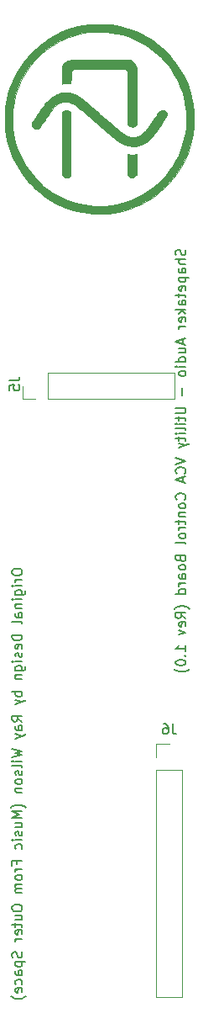
<source format=gbo>
G04 #@! TF.GenerationSoftware,KiCad,Pcbnew,(5.1.5-0-10_14)*
G04 #@! TF.CreationDate,2020-06-01T21:41:54-04:00*
G04 #@! TF.ProjectId,AYOMSM - VCA Control Board,41594f4d-534d-4202-9d20-56434120436f,rev?*
G04 #@! TF.SameCoordinates,Original*
G04 #@! TF.FileFunction,Legend,Bot*
G04 #@! TF.FilePolarity,Positive*
%FSLAX46Y46*%
G04 Gerber Fmt 4.6, Leading zero omitted, Abs format (unit mm)*
G04 Created by KiCad (PCBNEW (5.1.5-0-10_14)) date 2020-06-01 21:41:54*
%MOMM*%
%LPD*%
G04 APERTURE LIST*
%ADD10C,0.150000*%
%ADD11C,0.010000*%
%ADD12C,0.120000*%
G04 APERTURE END LIST*
D10*
X76795380Y-109254428D02*
X76795380Y-109444904D01*
X76843000Y-109540142D01*
X76938238Y-109635380D01*
X77128714Y-109683000D01*
X77462047Y-109683000D01*
X77652523Y-109635380D01*
X77747761Y-109540142D01*
X77795380Y-109444904D01*
X77795380Y-109254428D01*
X77747761Y-109159190D01*
X77652523Y-109063952D01*
X77462047Y-109016333D01*
X77128714Y-109016333D01*
X76938238Y-109063952D01*
X76843000Y-109159190D01*
X76795380Y-109254428D01*
X77795380Y-110111571D02*
X77128714Y-110111571D01*
X77319190Y-110111571D02*
X77223952Y-110159190D01*
X77176333Y-110206809D01*
X77128714Y-110302047D01*
X77128714Y-110397285D01*
X77795380Y-110730619D02*
X77128714Y-110730619D01*
X76795380Y-110730619D02*
X76843000Y-110683000D01*
X76890619Y-110730619D01*
X76843000Y-110778238D01*
X76795380Y-110730619D01*
X76890619Y-110730619D01*
X77128714Y-111635380D02*
X77938238Y-111635380D01*
X78033476Y-111587761D01*
X78081095Y-111540142D01*
X78128714Y-111444904D01*
X78128714Y-111302047D01*
X78081095Y-111206809D01*
X77747761Y-111635380D02*
X77795380Y-111540142D01*
X77795380Y-111349666D01*
X77747761Y-111254428D01*
X77700142Y-111206809D01*
X77604904Y-111159190D01*
X77319190Y-111159190D01*
X77223952Y-111206809D01*
X77176333Y-111254428D01*
X77128714Y-111349666D01*
X77128714Y-111540142D01*
X77176333Y-111635380D01*
X77795380Y-112111571D02*
X77128714Y-112111571D01*
X76795380Y-112111571D02*
X76843000Y-112063952D01*
X76890619Y-112111571D01*
X76843000Y-112159190D01*
X76795380Y-112111571D01*
X76890619Y-112111571D01*
X77128714Y-112587761D02*
X77795380Y-112587761D01*
X77223952Y-112587761D02*
X77176333Y-112635380D01*
X77128714Y-112730619D01*
X77128714Y-112873476D01*
X77176333Y-112968714D01*
X77271571Y-113016333D01*
X77795380Y-113016333D01*
X77795380Y-113921095D02*
X77271571Y-113921095D01*
X77176333Y-113873476D01*
X77128714Y-113778238D01*
X77128714Y-113587761D01*
X77176333Y-113492523D01*
X77747761Y-113921095D02*
X77795380Y-113825857D01*
X77795380Y-113587761D01*
X77747761Y-113492523D01*
X77652523Y-113444904D01*
X77557285Y-113444904D01*
X77462047Y-113492523D01*
X77414428Y-113587761D01*
X77414428Y-113825857D01*
X77366809Y-113921095D01*
X77795380Y-114540142D02*
X77747761Y-114444904D01*
X77652523Y-114397285D01*
X76795380Y-114397285D01*
X77795380Y-115683000D02*
X76795380Y-115683000D01*
X76795380Y-115921095D01*
X76843000Y-116063952D01*
X76938238Y-116159190D01*
X77033476Y-116206809D01*
X77223952Y-116254428D01*
X77366809Y-116254428D01*
X77557285Y-116206809D01*
X77652523Y-116159190D01*
X77747761Y-116063952D01*
X77795380Y-115921095D01*
X77795380Y-115683000D01*
X77747761Y-117063952D02*
X77795380Y-116968714D01*
X77795380Y-116778238D01*
X77747761Y-116683000D01*
X77652523Y-116635380D01*
X77271571Y-116635380D01*
X77176333Y-116683000D01*
X77128714Y-116778238D01*
X77128714Y-116968714D01*
X77176333Y-117063952D01*
X77271571Y-117111571D01*
X77366809Y-117111571D01*
X77462047Y-116635380D01*
X77747761Y-117492523D02*
X77795380Y-117587761D01*
X77795380Y-117778238D01*
X77747761Y-117873476D01*
X77652523Y-117921095D01*
X77604904Y-117921095D01*
X77509666Y-117873476D01*
X77462047Y-117778238D01*
X77462047Y-117635380D01*
X77414428Y-117540142D01*
X77319190Y-117492523D01*
X77271571Y-117492523D01*
X77176333Y-117540142D01*
X77128714Y-117635380D01*
X77128714Y-117778238D01*
X77176333Y-117873476D01*
X77795380Y-118349666D02*
X77128714Y-118349666D01*
X76795380Y-118349666D02*
X76843000Y-118302047D01*
X76890619Y-118349666D01*
X76843000Y-118397285D01*
X76795380Y-118349666D01*
X76890619Y-118349666D01*
X77128714Y-119254428D02*
X77938238Y-119254428D01*
X78033476Y-119206809D01*
X78081095Y-119159190D01*
X78128714Y-119063952D01*
X78128714Y-118921095D01*
X78081095Y-118825857D01*
X77747761Y-119254428D02*
X77795380Y-119159190D01*
X77795380Y-118968714D01*
X77747761Y-118873476D01*
X77700142Y-118825857D01*
X77604904Y-118778238D01*
X77319190Y-118778238D01*
X77223952Y-118825857D01*
X77176333Y-118873476D01*
X77128714Y-118968714D01*
X77128714Y-119159190D01*
X77176333Y-119254428D01*
X77128714Y-119730619D02*
X77795380Y-119730619D01*
X77223952Y-119730619D02*
X77176333Y-119778238D01*
X77128714Y-119873476D01*
X77128714Y-120016333D01*
X77176333Y-120111571D01*
X77271571Y-120159190D01*
X77795380Y-120159190D01*
X77795380Y-121397285D02*
X76795380Y-121397285D01*
X77176333Y-121397285D02*
X77128714Y-121492523D01*
X77128714Y-121683000D01*
X77176333Y-121778238D01*
X77223952Y-121825857D01*
X77319190Y-121873476D01*
X77604904Y-121873476D01*
X77700142Y-121825857D01*
X77747761Y-121778238D01*
X77795380Y-121683000D01*
X77795380Y-121492523D01*
X77747761Y-121397285D01*
X77128714Y-122206809D02*
X77795380Y-122444904D01*
X77128714Y-122683000D02*
X77795380Y-122444904D01*
X78033476Y-122349666D01*
X78081095Y-122302047D01*
X78128714Y-122206809D01*
X77795380Y-124397285D02*
X77319190Y-124063952D01*
X77795380Y-123825857D02*
X76795380Y-123825857D01*
X76795380Y-124206809D01*
X76843000Y-124302047D01*
X76890619Y-124349666D01*
X76985857Y-124397285D01*
X77128714Y-124397285D01*
X77223952Y-124349666D01*
X77271571Y-124302047D01*
X77319190Y-124206809D01*
X77319190Y-123825857D01*
X77795380Y-125254428D02*
X77271571Y-125254428D01*
X77176333Y-125206809D01*
X77128714Y-125111571D01*
X77128714Y-124921095D01*
X77176333Y-124825857D01*
X77747761Y-125254428D02*
X77795380Y-125159190D01*
X77795380Y-124921095D01*
X77747761Y-124825857D01*
X77652523Y-124778238D01*
X77557285Y-124778238D01*
X77462047Y-124825857D01*
X77414428Y-124921095D01*
X77414428Y-125159190D01*
X77366809Y-125254428D01*
X77128714Y-125635380D02*
X77795380Y-125873476D01*
X77128714Y-126111571D02*
X77795380Y-125873476D01*
X78033476Y-125778238D01*
X78081095Y-125730619D01*
X78128714Y-125635380D01*
X76795380Y-127159190D02*
X77795380Y-127397285D01*
X77081095Y-127587761D01*
X77795380Y-127778238D01*
X76795380Y-128016333D01*
X77795380Y-128397285D02*
X77128714Y-128397285D01*
X76795380Y-128397285D02*
X76843000Y-128349666D01*
X76890619Y-128397285D01*
X76843000Y-128444904D01*
X76795380Y-128397285D01*
X76890619Y-128397285D01*
X77795380Y-129016333D02*
X77747761Y-128921095D01*
X77652523Y-128873476D01*
X76795380Y-128873476D01*
X77747761Y-129349666D02*
X77795380Y-129444904D01*
X77795380Y-129635380D01*
X77747761Y-129730619D01*
X77652523Y-129778238D01*
X77604904Y-129778238D01*
X77509666Y-129730619D01*
X77462047Y-129635380D01*
X77462047Y-129492523D01*
X77414428Y-129397285D01*
X77319190Y-129349666D01*
X77271571Y-129349666D01*
X77176333Y-129397285D01*
X77128714Y-129492523D01*
X77128714Y-129635380D01*
X77176333Y-129730619D01*
X77795380Y-130349666D02*
X77747761Y-130254428D01*
X77700142Y-130206809D01*
X77604904Y-130159190D01*
X77319190Y-130159190D01*
X77223952Y-130206809D01*
X77176333Y-130254428D01*
X77128714Y-130349666D01*
X77128714Y-130492523D01*
X77176333Y-130587761D01*
X77223952Y-130635380D01*
X77319190Y-130682999D01*
X77604904Y-130682999D01*
X77700142Y-130635380D01*
X77747761Y-130587761D01*
X77795380Y-130492523D01*
X77795380Y-130349666D01*
X77128714Y-131111571D02*
X77795380Y-131111571D01*
X77223952Y-131111571D02*
X77176333Y-131159190D01*
X77128714Y-131254428D01*
X77128714Y-131397285D01*
X77176333Y-131492523D01*
X77271571Y-131540142D01*
X77795380Y-131540142D01*
X78176333Y-133063952D02*
X78128714Y-133016333D01*
X77985857Y-132921095D01*
X77890619Y-132873476D01*
X77747761Y-132825857D01*
X77509666Y-132778238D01*
X77319190Y-132778238D01*
X77081095Y-132825857D01*
X76938238Y-132873476D01*
X76843000Y-132921095D01*
X76700142Y-133016333D01*
X76652523Y-133063952D01*
X77795380Y-133444904D02*
X76795380Y-133444904D01*
X77509666Y-133778238D01*
X76795380Y-134111571D01*
X77795380Y-134111571D01*
X77128714Y-135016333D02*
X77795380Y-135016333D01*
X77128714Y-134587761D02*
X77652523Y-134587761D01*
X77747761Y-134635380D01*
X77795380Y-134730619D01*
X77795380Y-134873476D01*
X77747761Y-134968714D01*
X77700142Y-135016333D01*
X77747761Y-135444904D02*
X77795380Y-135540142D01*
X77795380Y-135730619D01*
X77747761Y-135825857D01*
X77652523Y-135873476D01*
X77604904Y-135873476D01*
X77509666Y-135825857D01*
X77462047Y-135730619D01*
X77462047Y-135587761D01*
X77414428Y-135492523D01*
X77319190Y-135444904D01*
X77271571Y-135444904D01*
X77176333Y-135492523D01*
X77128714Y-135587761D01*
X77128714Y-135730619D01*
X77176333Y-135825857D01*
X77795380Y-136302047D02*
X77128714Y-136302047D01*
X76795380Y-136302047D02*
X76843000Y-136254428D01*
X76890619Y-136302047D01*
X76843000Y-136349666D01*
X76795380Y-136302047D01*
X76890619Y-136302047D01*
X77747761Y-137206809D02*
X77795380Y-137111571D01*
X77795380Y-136921095D01*
X77747761Y-136825857D01*
X77700142Y-136778238D01*
X77604904Y-136730619D01*
X77319190Y-136730619D01*
X77223952Y-136778238D01*
X77176333Y-136825857D01*
X77128714Y-136921095D01*
X77128714Y-137111571D01*
X77176333Y-137206809D01*
X77271571Y-138730619D02*
X77271571Y-138397285D01*
X77795380Y-138397285D02*
X76795380Y-138397285D01*
X76795380Y-138873476D01*
X77795380Y-139254428D02*
X77128714Y-139254428D01*
X77319190Y-139254428D02*
X77223952Y-139302047D01*
X77176333Y-139349666D01*
X77128714Y-139444904D01*
X77128714Y-139540142D01*
X77795380Y-140016333D02*
X77747761Y-139921095D01*
X77700142Y-139873476D01*
X77604904Y-139825857D01*
X77319190Y-139825857D01*
X77223952Y-139873476D01*
X77176333Y-139921095D01*
X77128714Y-140016333D01*
X77128714Y-140159190D01*
X77176333Y-140254428D01*
X77223952Y-140302047D01*
X77319190Y-140349666D01*
X77604904Y-140349666D01*
X77700142Y-140302047D01*
X77747761Y-140254428D01*
X77795380Y-140159190D01*
X77795380Y-140016333D01*
X77795380Y-140778238D02*
X77128714Y-140778238D01*
X77223952Y-140778238D02*
X77176333Y-140825857D01*
X77128714Y-140921095D01*
X77128714Y-141063952D01*
X77176333Y-141159190D01*
X77271571Y-141206809D01*
X77795380Y-141206809D01*
X77271571Y-141206809D02*
X77176333Y-141254428D01*
X77128714Y-141349666D01*
X77128714Y-141492523D01*
X77176333Y-141587761D01*
X77271571Y-141635380D01*
X77795380Y-141635380D01*
X76795380Y-143063952D02*
X76795380Y-143254428D01*
X76843000Y-143349666D01*
X76938238Y-143444904D01*
X77128714Y-143492523D01*
X77462047Y-143492523D01*
X77652523Y-143444904D01*
X77747761Y-143349666D01*
X77795380Y-143254428D01*
X77795380Y-143063952D01*
X77747761Y-142968714D01*
X77652523Y-142873476D01*
X77462047Y-142825857D01*
X77128714Y-142825857D01*
X76938238Y-142873476D01*
X76843000Y-142968714D01*
X76795380Y-143063952D01*
X77128714Y-144349666D02*
X77795380Y-144349666D01*
X77128714Y-143921095D02*
X77652523Y-143921095D01*
X77747761Y-143968714D01*
X77795380Y-144063952D01*
X77795380Y-144206809D01*
X77747761Y-144302047D01*
X77700142Y-144349666D01*
X77128714Y-144682999D02*
X77128714Y-145063952D01*
X76795380Y-144825857D02*
X77652523Y-144825857D01*
X77747761Y-144873476D01*
X77795380Y-144968714D01*
X77795380Y-145063952D01*
X77747761Y-145778238D02*
X77795380Y-145682999D01*
X77795380Y-145492523D01*
X77747761Y-145397285D01*
X77652523Y-145349666D01*
X77271571Y-145349666D01*
X77176333Y-145397285D01*
X77128714Y-145492523D01*
X77128714Y-145682999D01*
X77176333Y-145778238D01*
X77271571Y-145825857D01*
X77366809Y-145825857D01*
X77462047Y-145349666D01*
X77795380Y-146254428D02*
X77128714Y-146254428D01*
X77319190Y-146254428D02*
X77223952Y-146302047D01*
X77176333Y-146349666D01*
X77128714Y-146444904D01*
X77128714Y-146540142D01*
X77747761Y-147587761D02*
X77795380Y-147730619D01*
X77795380Y-147968714D01*
X77747761Y-148063952D01*
X77700142Y-148111571D01*
X77604904Y-148159190D01*
X77509666Y-148159190D01*
X77414428Y-148111571D01*
X77366809Y-148063952D01*
X77319190Y-147968714D01*
X77271571Y-147778238D01*
X77223952Y-147682999D01*
X77176333Y-147635380D01*
X77081095Y-147587761D01*
X76985857Y-147587761D01*
X76890619Y-147635380D01*
X76843000Y-147682999D01*
X76795380Y-147778238D01*
X76795380Y-148016333D01*
X76843000Y-148159190D01*
X77128714Y-148587761D02*
X78128714Y-148587761D01*
X77176333Y-148587761D02*
X77128714Y-148682999D01*
X77128714Y-148873476D01*
X77176333Y-148968714D01*
X77223952Y-149016333D01*
X77319190Y-149063952D01*
X77604904Y-149063952D01*
X77700142Y-149016333D01*
X77747761Y-148968714D01*
X77795380Y-148873476D01*
X77795380Y-148682999D01*
X77747761Y-148587761D01*
X77795380Y-149921095D02*
X77271571Y-149921095D01*
X77176333Y-149873476D01*
X77128714Y-149778238D01*
X77128714Y-149587761D01*
X77176333Y-149492523D01*
X77747761Y-149921095D02*
X77795380Y-149825857D01*
X77795380Y-149587761D01*
X77747761Y-149492523D01*
X77652523Y-149444904D01*
X77557285Y-149444904D01*
X77462047Y-149492523D01*
X77414428Y-149587761D01*
X77414428Y-149825857D01*
X77366809Y-149921095D01*
X77747761Y-150825857D02*
X77795380Y-150730619D01*
X77795380Y-150540142D01*
X77747761Y-150444904D01*
X77700142Y-150397285D01*
X77604904Y-150349666D01*
X77319190Y-150349666D01*
X77223952Y-150397285D01*
X77176333Y-150444904D01*
X77128714Y-150540142D01*
X77128714Y-150730619D01*
X77176333Y-150825857D01*
X77747761Y-151635380D02*
X77795380Y-151540142D01*
X77795380Y-151349666D01*
X77747761Y-151254428D01*
X77652523Y-151206809D01*
X77271571Y-151206809D01*
X77176333Y-151254428D01*
X77128714Y-151349666D01*
X77128714Y-151540142D01*
X77176333Y-151635380D01*
X77271571Y-151682999D01*
X77366809Y-151682999D01*
X77462047Y-151206809D01*
X78176333Y-152016333D02*
X78128714Y-152063952D01*
X77985857Y-152159190D01*
X77890619Y-152206809D01*
X77747761Y-152254428D01*
X77509666Y-152302047D01*
X77319190Y-152302047D01*
X77081095Y-152254428D01*
X76938238Y-152206809D01*
X76843000Y-152159190D01*
X76700142Y-152063952D01*
X76652523Y-152016333D01*
X94257761Y-76909095D02*
X94305380Y-77051952D01*
X94305380Y-77290047D01*
X94257761Y-77385285D01*
X94210142Y-77432904D01*
X94114904Y-77480523D01*
X94019666Y-77480523D01*
X93924428Y-77432904D01*
X93876809Y-77385285D01*
X93829190Y-77290047D01*
X93781571Y-77099571D01*
X93733952Y-77004333D01*
X93686333Y-76956714D01*
X93591095Y-76909095D01*
X93495857Y-76909095D01*
X93400619Y-76956714D01*
X93353000Y-77004333D01*
X93305380Y-77099571D01*
X93305380Y-77337666D01*
X93353000Y-77480523D01*
X94305380Y-77909095D02*
X93305380Y-77909095D01*
X94305380Y-78337666D02*
X93781571Y-78337666D01*
X93686333Y-78290047D01*
X93638714Y-78194809D01*
X93638714Y-78051952D01*
X93686333Y-77956714D01*
X93733952Y-77909095D01*
X94305380Y-79242428D02*
X93781571Y-79242428D01*
X93686333Y-79194809D01*
X93638714Y-79099571D01*
X93638714Y-78909095D01*
X93686333Y-78813857D01*
X94257761Y-79242428D02*
X94305380Y-79147190D01*
X94305380Y-78909095D01*
X94257761Y-78813857D01*
X94162523Y-78766238D01*
X94067285Y-78766238D01*
X93972047Y-78813857D01*
X93924428Y-78909095D01*
X93924428Y-79147190D01*
X93876809Y-79242428D01*
X93638714Y-79718619D02*
X94638714Y-79718619D01*
X93686333Y-79718619D02*
X93638714Y-79813857D01*
X93638714Y-80004333D01*
X93686333Y-80099571D01*
X93733952Y-80147190D01*
X93829190Y-80194809D01*
X94114904Y-80194809D01*
X94210142Y-80147190D01*
X94257761Y-80099571D01*
X94305380Y-80004333D01*
X94305380Y-79813857D01*
X94257761Y-79718619D01*
X94257761Y-81004333D02*
X94305380Y-80909095D01*
X94305380Y-80718619D01*
X94257761Y-80623380D01*
X94162523Y-80575761D01*
X93781571Y-80575761D01*
X93686333Y-80623380D01*
X93638714Y-80718619D01*
X93638714Y-80909095D01*
X93686333Y-81004333D01*
X93781571Y-81051952D01*
X93876809Y-81051952D01*
X93972047Y-80575761D01*
X93638714Y-81337666D02*
X93638714Y-81718619D01*
X93305380Y-81480523D02*
X94162523Y-81480523D01*
X94257761Y-81528142D01*
X94305380Y-81623380D01*
X94305380Y-81718619D01*
X94305380Y-82480523D02*
X93781571Y-82480523D01*
X93686333Y-82432904D01*
X93638714Y-82337666D01*
X93638714Y-82147190D01*
X93686333Y-82051952D01*
X94257761Y-82480523D02*
X94305380Y-82385285D01*
X94305380Y-82147190D01*
X94257761Y-82051952D01*
X94162523Y-82004333D01*
X94067285Y-82004333D01*
X93972047Y-82051952D01*
X93924428Y-82147190D01*
X93924428Y-82385285D01*
X93876809Y-82480523D01*
X94305380Y-82956714D02*
X93305380Y-82956714D01*
X93924428Y-83051952D02*
X94305380Y-83337666D01*
X93638714Y-83337666D02*
X94019666Y-82956714D01*
X94257761Y-84147190D02*
X94305380Y-84051952D01*
X94305380Y-83861476D01*
X94257761Y-83766238D01*
X94162523Y-83718619D01*
X93781571Y-83718619D01*
X93686333Y-83766238D01*
X93638714Y-83861476D01*
X93638714Y-84051952D01*
X93686333Y-84147190D01*
X93781571Y-84194809D01*
X93876809Y-84194809D01*
X93972047Y-83718619D01*
X94305380Y-84623380D02*
X93638714Y-84623380D01*
X93829190Y-84623380D02*
X93733952Y-84671000D01*
X93686333Y-84718619D01*
X93638714Y-84813857D01*
X93638714Y-84909095D01*
X94019666Y-85956714D02*
X94019666Y-86432904D01*
X94305380Y-85861476D02*
X93305380Y-86194809D01*
X94305380Y-86528142D01*
X93638714Y-87290047D02*
X94305380Y-87290047D01*
X93638714Y-86861476D02*
X94162523Y-86861476D01*
X94257761Y-86909095D01*
X94305380Y-87004333D01*
X94305380Y-87147190D01*
X94257761Y-87242428D01*
X94210142Y-87290047D01*
X94305380Y-88194809D02*
X93305380Y-88194809D01*
X94257761Y-88194809D02*
X94305380Y-88099571D01*
X94305380Y-87909095D01*
X94257761Y-87813857D01*
X94210142Y-87766238D01*
X94114904Y-87718619D01*
X93829190Y-87718619D01*
X93733952Y-87766238D01*
X93686333Y-87813857D01*
X93638714Y-87909095D01*
X93638714Y-88099571D01*
X93686333Y-88194809D01*
X94305380Y-88671000D02*
X93638714Y-88671000D01*
X93305380Y-88671000D02*
X93353000Y-88623380D01*
X93400619Y-88671000D01*
X93353000Y-88718619D01*
X93305380Y-88671000D01*
X93400619Y-88671000D01*
X94305380Y-89290047D02*
X94257761Y-89194809D01*
X94210142Y-89147190D01*
X94114904Y-89099571D01*
X93829190Y-89099571D01*
X93733952Y-89147190D01*
X93686333Y-89194809D01*
X93638714Y-89290047D01*
X93638714Y-89432904D01*
X93686333Y-89528142D01*
X93733952Y-89575761D01*
X93829190Y-89623380D01*
X94114904Y-89623380D01*
X94210142Y-89575761D01*
X94257761Y-89528142D01*
X94305380Y-89432904D01*
X94305380Y-89290047D01*
X93924428Y-90813857D02*
X93924428Y-91575761D01*
X93305380Y-92813857D02*
X94114904Y-92813857D01*
X94210142Y-92861476D01*
X94257761Y-92909095D01*
X94305380Y-93004333D01*
X94305380Y-93194809D01*
X94257761Y-93290047D01*
X94210142Y-93337666D01*
X94114904Y-93385285D01*
X93305380Y-93385285D01*
X93638714Y-93718619D02*
X93638714Y-94099571D01*
X93305380Y-93861476D02*
X94162523Y-93861476D01*
X94257761Y-93909095D01*
X94305380Y-94004333D01*
X94305380Y-94099571D01*
X94305380Y-94432904D02*
X93638714Y-94432904D01*
X93305380Y-94432904D02*
X93353000Y-94385285D01*
X93400619Y-94432904D01*
X93353000Y-94480523D01*
X93305380Y-94432904D01*
X93400619Y-94432904D01*
X94305380Y-95051952D02*
X94257761Y-94956714D01*
X94162523Y-94909095D01*
X93305380Y-94909095D01*
X94305380Y-95432904D02*
X93638714Y-95432904D01*
X93305380Y-95432904D02*
X93353000Y-95385285D01*
X93400619Y-95432904D01*
X93353000Y-95480523D01*
X93305380Y-95432904D01*
X93400619Y-95432904D01*
X93638714Y-95766238D02*
X93638714Y-96147190D01*
X93305380Y-95909095D02*
X94162523Y-95909095D01*
X94257761Y-95956714D01*
X94305380Y-96051952D01*
X94305380Y-96147190D01*
X93638714Y-96385285D02*
X94305380Y-96623380D01*
X93638714Y-96861476D02*
X94305380Y-96623380D01*
X94543476Y-96528142D01*
X94591095Y-96480523D01*
X94638714Y-96385285D01*
X93305380Y-97861476D02*
X94305380Y-98194809D01*
X93305380Y-98528142D01*
X94210142Y-99432904D02*
X94257761Y-99385285D01*
X94305380Y-99242428D01*
X94305380Y-99147190D01*
X94257761Y-99004333D01*
X94162523Y-98909095D01*
X94067285Y-98861476D01*
X93876809Y-98813857D01*
X93733952Y-98813857D01*
X93543476Y-98861476D01*
X93448238Y-98909095D01*
X93353000Y-99004333D01*
X93305380Y-99147190D01*
X93305380Y-99242428D01*
X93353000Y-99385285D01*
X93400619Y-99432904D01*
X94019666Y-99813857D02*
X94019666Y-100290047D01*
X94305380Y-99718619D02*
X93305380Y-100051952D01*
X94305380Y-100385285D01*
X94210142Y-102051952D02*
X94257761Y-102004333D01*
X94305380Y-101861476D01*
X94305380Y-101766238D01*
X94257761Y-101623380D01*
X94162523Y-101528142D01*
X94067285Y-101480523D01*
X93876809Y-101432904D01*
X93733952Y-101432904D01*
X93543476Y-101480523D01*
X93448238Y-101528142D01*
X93353000Y-101623380D01*
X93305380Y-101766238D01*
X93305380Y-101861476D01*
X93353000Y-102004333D01*
X93400619Y-102051952D01*
X94305380Y-102623380D02*
X94257761Y-102528142D01*
X94210142Y-102480523D01*
X94114904Y-102432904D01*
X93829190Y-102432904D01*
X93733952Y-102480523D01*
X93686333Y-102528142D01*
X93638714Y-102623380D01*
X93638714Y-102766238D01*
X93686333Y-102861476D01*
X93733952Y-102909095D01*
X93829190Y-102956714D01*
X94114904Y-102956714D01*
X94210142Y-102909095D01*
X94257761Y-102861476D01*
X94305380Y-102766238D01*
X94305380Y-102623380D01*
X93638714Y-103385285D02*
X94305380Y-103385285D01*
X93733952Y-103385285D02*
X93686333Y-103432904D01*
X93638714Y-103528142D01*
X93638714Y-103671000D01*
X93686333Y-103766238D01*
X93781571Y-103813857D01*
X94305380Y-103813857D01*
X93638714Y-104147190D02*
X93638714Y-104528142D01*
X93305380Y-104290047D02*
X94162523Y-104290047D01*
X94257761Y-104337666D01*
X94305380Y-104432904D01*
X94305380Y-104528142D01*
X94305380Y-104861476D02*
X93638714Y-104861476D01*
X93829190Y-104861476D02*
X93733952Y-104909095D01*
X93686333Y-104956714D01*
X93638714Y-105051952D01*
X93638714Y-105147190D01*
X94305380Y-105623380D02*
X94257761Y-105528142D01*
X94210142Y-105480523D01*
X94114904Y-105432904D01*
X93829190Y-105432904D01*
X93733952Y-105480523D01*
X93686333Y-105528142D01*
X93638714Y-105623380D01*
X93638714Y-105766238D01*
X93686333Y-105861476D01*
X93733952Y-105909095D01*
X93829190Y-105956714D01*
X94114904Y-105956714D01*
X94210142Y-105909095D01*
X94257761Y-105861476D01*
X94305380Y-105766238D01*
X94305380Y-105623380D01*
X94305380Y-106528142D02*
X94257761Y-106432904D01*
X94162523Y-106385285D01*
X93305380Y-106385285D01*
X93781571Y-108004333D02*
X93829190Y-108147190D01*
X93876809Y-108194809D01*
X93972047Y-108242428D01*
X94114904Y-108242428D01*
X94210142Y-108194809D01*
X94257761Y-108147190D01*
X94305380Y-108051952D01*
X94305380Y-107671000D01*
X93305380Y-107671000D01*
X93305380Y-108004333D01*
X93353000Y-108099571D01*
X93400619Y-108147190D01*
X93495857Y-108194809D01*
X93591095Y-108194809D01*
X93686333Y-108147190D01*
X93733952Y-108099571D01*
X93781571Y-108004333D01*
X93781571Y-107671000D01*
X94305380Y-108813857D02*
X94257761Y-108718619D01*
X94210142Y-108671000D01*
X94114904Y-108623380D01*
X93829190Y-108623380D01*
X93733952Y-108671000D01*
X93686333Y-108718619D01*
X93638714Y-108813857D01*
X93638714Y-108956714D01*
X93686333Y-109051952D01*
X93733952Y-109099571D01*
X93829190Y-109147190D01*
X94114904Y-109147190D01*
X94210142Y-109099571D01*
X94257761Y-109051952D01*
X94305380Y-108956714D01*
X94305380Y-108813857D01*
X94305380Y-110004333D02*
X93781571Y-110004333D01*
X93686333Y-109956714D01*
X93638714Y-109861476D01*
X93638714Y-109671000D01*
X93686333Y-109575761D01*
X94257761Y-110004333D02*
X94305380Y-109909095D01*
X94305380Y-109671000D01*
X94257761Y-109575761D01*
X94162523Y-109528142D01*
X94067285Y-109528142D01*
X93972047Y-109575761D01*
X93924428Y-109671000D01*
X93924428Y-109909095D01*
X93876809Y-110004333D01*
X94305380Y-110480523D02*
X93638714Y-110480523D01*
X93829190Y-110480523D02*
X93733952Y-110528142D01*
X93686333Y-110575761D01*
X93638714Y-110671000D01*
X93638714Y-110766238D01*
X94305380Y-111528142D02*
X93305380Y-111528142D01*
X94257761Y-111528142D02*
X94305380Y-111432904D01*
X94305380Y-111242428D01*
X94257761Y-111147190D01*
X94210142Y-111099571D01*
X94114904Y-111051952D01*
X93829190Y-111051952D01*
X93733952Y-111099571D01*
X93686333Y-111147190D01*
X93638714Y-111242428D01*
X93638714Y-111432904D01*
X93686333Y-111528142D01*
X94686333Y-113051952D02*
X94638714Y-113004333D01*
X94495857Y-112909095D01*
X94400619Y-112861476D01*
X94257761Y-112813857D01*
X94019666Y-112766238D01*
X93829190Y-112766238D01*
X93591095Y-112813857D01*
X93448238Y-112861476D01*
X93353000Y-112909095D01*
X93210142Y-113004333D01*
X93162523Y-113051952D01*
X94305380Y-114004333D02*
X93829190Y-113671000D01*
X94305380Y-113432904D02*
X93305380Y-113432904D01*
X93305380Y-113813857D01*
X93353000Y-113909095D01*
X93400619Y-113956714D01*
X93495857Y-114004333D01*
X93638714Y-114004333D01*
X93733952Y-113956714D01*
X93781571Y-113909095D01*
X93829190Y-113813857D01*
X93829190Y-113432904D01*
X94257761Y-114813857D02*
X94305380Y-114718619D01*
X94305380Y-114528142D01*
X94257761Y-114432904D01*
X94162523Y-114385285D01*
X93781571Y-114385285D01*
X93686333Y-114432904D01*
X93638714Y-114528142D01*
X93638714Y-114718619D01*
X93686333Y-114813857D01*
X93781571Y-114861476D01*
X93876809Y-114861476D01*
X93972047Y-114385285D01*
X93638714Y-115194809D02*
X94305380Y-115432904D01*
X93638714Y-115671000D01*
X94305380Y-117337666D02*
X94305380Y-116766238D01*
X94305380Y-117051952D02*
X93305380Y-117051952D01*
X93448238Y-116956714D01*
X93543476Y-116861476D01*
X93591095Y-116766238D01*
X94210142Y-117766238D02*
X94257761Y-117813857D01*
X94305380Y-117766238D01*
X94257761Y-117718619D01*
X94210142Y-117766238D01*
X94305380Y-117766238D01*
X93305380Y-118432904D02*
X93305380Y-118528142D01*
X93353000Y-118623380D01*
X93400619Y-118671000D01*
X93495857Y-118718619D01*
X93686333Y-118766238D01*
X93924428Y-118766238D01*
X94114904Y-118718619D01*
X94210142Y-118671000D01*
X94257761Y-118623380D01*
X94305380Y-118528142D01*
X94305380Y-118432904D01*
X94257761Y-118337666D01*
X94210142Y-118290047D01*
X94114904Y-118242428D01*
X93924428Y-118194809D01*
X93686333Y-118194809D01*
X93495857Y-118242428D01*
X93400619Y-118290047D01*
X93353000Y-118337666D01*
X93305380Y-118432904D01*
X94686333Y-119099571D02*
X94638714Y-119147190D01*
X94495857Y-119242428D01*
X94400619Y-119290047D01*
X94257761Y-119337666D01*
X94019666Y-119385285D01*
X93829190Y-119385285D01*
X93591095Y-119337666D01*
X93448238Y-119290047D01*
X93353000Y-119242428D01*
X93210142Y-119147190D01*
X93162523Y-119099571D01*
D11*
G36*
X83530859Y-57836303D02*
G01*
X83348546Y-57836716D01*
X83190217Y-57837365D01*
X83053986Y-57838271D01*
X82937966Y-57839454D01*
X82840270Y-57840933D01*
X82759012Y-57842730D01*
X82692304Y-57844863D01*
X82638262Y-57847352D01*
X82594997Y-57850219D01*
X82560624Y-57853482D01*
X82533255Y-57857162D01*
X82511005Y-57861279D01*
X82491986Y-57865852D01*
X82474312Y-57870901D01*
X82471035Y-57871890D01*
X82295223Y-57944779D01*
X82141646Y-58049125D01*
X82012467Y-58182859D01*
X81909848Y-58343911D01*
X81860677Y-58456127D01*
X81850594Y-58484932D01*
X81842246Y-58514812D01*
X81835426Y-58549729D01*
X81829930Y-58593645D01*
X81825552Y-58650522D01*
X81822084Y-58724322D01*
X81819323Y-58819009D01*
X81817061Y-58938543D01*
X81815093Y-59086888D01*
X81813214Y-59268006D01*
X81812061Y-59392039D01*
X81810401Y-59623652D01*
X81809988Y-59816605D01*
X81810828Y-59971294D01*
X81812925Y-60088116D01*
X81816287Y-60167469D01*
X81820920Y-60209749D01*
X81824636Y-60217539D01*
X81853244Y-60212901D01*
X81906626Y-60200895D01*
X81957228Y-60188231D01*
X82054545Y-60171172D01*
X82176221Y-60161934D01*
X82308323Y-60160525D01*
X82436924Y-60166954D01*
X82548092Y-60181230D01*
X82579307Y-60187840D01*
X82643110Y-60202856D01*
X82690914Y-60213384D01*
X82710121Y-60216843D01*
X82713729Y-60198284D01*
X82717373Y-60145436D01*
X82720893Y-60063089D01*
X82724126Y-59956029D01*
X82726912Y-59829046D01*
X82729089Y-59686926D01*
X82729660Y-59636270D01*
X82731496Y-59469490D01*
X82733431Y-59337062D01*
X82735811Y-59234262D01*
X82738981Y-59156365D01*
X82743285Y-59098648D01*
X82749068Y-59056386D01*
X82756674Y-59024855D01*
X82766449Y-58999331D01*
X82777787Y-58976846D01*
X82855732Y-58867693D01*
X82954082Y-58787916D01*
X83003641Y-58762960D01*
X83017502Y-58758509D01*
X83037991Y-58754509D01*
X83067107Y-58750936D01*
X83106851Y-58747767D01*
X83159222Y-58744978D01*
X83226219Y-58742546D01*
X83309841Y-58740446D01*
X83412087Y-58738657D01*
X83534958Y-58737154D01*
X83680452Y-58735913D01*
X83850569Y-58734912D01*
X84047308Y-58734127D01*
X84272668Y-58733534D01*
X84528649Y-58733110D01*
X84817251Y-58732832D01*
X85140471Y-58732676D01*
X85500311Y-58732618D01*
X85588231Y-58732616D01*
X85956752Y-58732654D01*
X86288197Y-58732786D01*
X86584563Y-58733035D01*
X86847850Y-58733423D01*
X87080058Y-58733975D01*
X87283186Y-58734714D01*
X87459233Y-58735663D01*
X87610199Y-58736847D01*
X87738083Y-58738288D01*
X87844884Y-58740009D01*
X87932602Y-58742035D01*
X88003235Y-58744389D01*
X88058784Y-58747094D01*
X88101248Y-58750174D01*
X88132626Y-58753653D01*
X88154917Y-58757553D01*
X88170122Y-58761898D01*
X88172820Y-58762960D01*
X88278534Y-58827734D01*
X88366384Y-58924291D01*
X88398674Y-58976846D01*
X88440846Y-59055000D01*
X88450615Y-61693559D01*
X88452020Y-62068282D01*
X88453341Y-62405906D01*
X88454611Y-62708408D01*
X88455863Y-62977766D01*
X88457132Y-63215956D01*
X88458449Y-63424957D01*
X88459850Y-63606745D01*
X88461368Y-63763298D01*
X88463035Y-63896594D01*
X88464887Y-64008610D01*
X88466955Y-64101323D01*
X88469273Y-64176710D01*
X88471876Y-64236750D01*
X88474796Y-64283419D01*
X88478067Y-64318694D01*
X88481722Y-64344555D01*
X88485795Y-64362976D01*
X88490320Y-64375937D01*
X88495330Y-64385414D01*
X88496232Y-64386820D01*
X88554399Y-64444325D01*
X88641272Y-64491233D01*
X88747371Y-64525257D01*
X88863220Y-64544110D01*
X88979339Y-64545503D01*
X89082343Y-64528272D01*
X89196473Y-64481955D01*
X89285140Y-64412019D01*
X89318869Y-64371711D01*
X89324453Y-64363867D01*
X89329499Y-64354751D01*
X89334039Y-64342428D01*
X89338106Y-64324968D01*
X89341730Y-64300437D01*
X89344942Y-64266903D01*
X89347776Y-64222433D01*
X89350260Y-64165095D01*
X89352429Y-64092957D01*
X89354312Y-64004085D01*
X89355941Y-63896547D01*
X89357347Y-63768412D01*
X89358563Y-63617746D01*
X89359620Y-63442616D01*
X89360549Y-63241091D01*
X89361381Y-63011238D01*
X89362149Y-62751124D01*
X89362882Y-62458817D01*
X89363614Y-62132384D01*
X89364376Y-61769893D01*
X89364828Y-61549610D01*
X89365593Y-61102425D01*
X89365982Y-60691255D01*
X89365996Y-60316387D01*
X89365637Y-59978105D01*
X89364906Y-59676693D01*
X89363805Y-59412436D01*
X89362335Y-59185618D01*
X89360497Y-58996525D01*
X89358292Y-58845440D01*
X89355723Y-58732649D01*
X89352791Y-58658436D01*
X89350365Y-58628346D01*
X89307339Y-58443512D01*
X89230302Y-58276641D01*
X89121192Y-58130372D01*
X88981946Y-58007342D01*
X88827873Y-57916464D01*
X88675307Y-57843616D01*
X85637077Y-57838373D01*
X85234051Y-57837686D01*
X84868215Y-57837097D01*
X84537683Y-57836624D01*
X84240568Y-57836288D01*
X83974983Y-57836110D01*
X83739042Y-57836108D01*
X83530859Y-57836303D01*
G37*
X83530859Y-57836303D02*
X83348546Y-57836716D01*
X83190217Y-57837365D01*
X83053986Y-57838271D01*
X82937966Y-57839454D01*
X82840270Y-57840933D01*
X82759012Y-57842730D01*
X82692304Y-57844863D01*
X82638262Y-57847352D01*
X82594997Y-57850219D01*
X82560624Y-57853482D01*
X82533255Y-57857162D01*
X82511005Y-57861279D01*
X82491986Y-57865852D01*
X82474312Y-57870901D01*
X82471035Y-57871890D01*
X82295223Y-57944779D01*
X82141646Y-58049125D01*
X82012467Y-58182859D01*
X81909848Y-58343911D01*
X81860677Y-58456127D01*
X81850594Y-58484932D01*
X81842246Y-58514812D01*
X81835426Y-58549729D01*
X81829930Y-58593645D01*
X81825552Y-58650522D01*
X81822084Y-58724322D01*
X81819323Y-58819009D01*
X81817061Y-58938543D01*
X81815093Y-59086888D01*
X81813214Y-59268006D01*
X81812061Y-59392039D01*
X81810401Y-59623652D01*
X81809988Y-59816605D01*
X81810828Y-59971294D01*
X81812925Y-60088116D01*
X81816287Y-60167469D01*
X81820920Y-60209749D01*
X81824636Y-60217539D01*
X81853244Y-60212901D01*
X81906626Y-60200895D01*
X81957228Y-60188231D01*
X82054545Y-60171172D01*
X82176221Y-60161934D01*
X82308323Y-60160525D01*
X82436924Y-60166954D01*
X82548092Y-60181230D01*
X82579307Y-60187840D01*
X82643110Y-60202856D01*
X82690914Y-60213384D01*
X82710121Y-60216843D01*
X82713729Y-60198284D01*
X82717373Y-60145436D01*
X82720893Y-60063089D01*
X82724126Y-59956029D01*
X82726912Y-59829046D01*
X82729089Y-59686926D01*
X82729660Y-59636270D01*
X82731496Y-59469490D01*
X82733431Y-59337062D01*
X82735811Y-59234262D01*
X82738981Y-59156365D01*
X82743285Y-59098648D01*
X82749068Y-59056386D01*
X82756674Y-59024855D01*
X82766449Y-58999331D01*
X82777787Y-58976846D01*
X82855732Y-58867693D01*
X82954082Y-58787916D01*
X83003641Y-58762960D01*
X83017502Y-58758509D01*
X83037991Y-58754509D01*
X83067107Y-58750936D01*
X83106851Y-58747767D01*
X83159222Y-58744978D01*
X83226219Y-58742546D01*
X83309841Y-58740446D01*
X83412087Y-58738657D01*
X83534958Y-58737154D01*
X83680452Y-58735913D01*
X83850569Y-58734912D01*
X84047308Y-58734127D01*
X84272668Y-58733534D01*
X84528649Y-58733110D01*
X84817251Y-58732832D01*
X85140471Y-58732676D01*
X85500311Y-58732618D01*
X85588231Y-58732616D01*
X85956752Y-58732654D01*
X86288197Y-58732786D01*
X86584563Y-58733035D01*
X86847850Y-58733423D01*
X87080058Y-58733975D01*
X87283186Y-58734714D01*
X87459233Y-58735663D01*
X87610199Y-58736847D01*
X87738083Y-58738288D01*
X87844884Y-58740009D01*
X87932602Y-58742035D01*
X88003235Y-58744389D01*
X88058784Y-58747094D01*
X88101248Y-58750174D01*
X88132626Y-58753653D01*
X88154917Y-58757553D01*
X88170122Y-58761898D01*
X88172820Y-58762960D01*
X88278534Y-58827734D01*
X88366384Y-58924291D01*
X88398674Y-58976846D01*
X88440846Y-59055000D01*
X88450615Y-61693559D01*
X88452020Y-62068282D01*
X88453341Y-62405906D01*
X88454611Y-62708408D01*
X88455863Y-62977766D01*
X88457132Y-63215956D01*
X88458449Y-63424957D01*
X88459850Y-63606745D01*
X88461368Y-63763298D01*
X88463035Y-63896594D01*
X88464887Y-64008610D01*
X88466955Y-64101323D01*
X88469273Y-64176710D01*
X88471876Y-64236750D01*
X88474796Y-64283419D01*
X88478067Y-64318694D01*
X88481722Y-64344555D01*
X88485795Y-64362976D01*
X88490320Y-64375937D01*
X88495330Y-64385414D01*
X88496232Y-64386820D01*
X88554399Y-64444325D01*
X88641272Y-64491233D01*
X88747371Y-64525257D01*
X88863220Y-64544110D01*
X88979339Y-64545503D01*
X89082343Y-64528272D01*
X89196473Y-64481955D01*
X89285140Y-64412019D01*
X89318869Y-64371711D01*
X89324453Y-64363867D01*
X89329499Y-64354751D01*
X89334039Y-64342428D01*
X89338106Y-64324968D01*
X89341730Y-64300437D01*
X89344942Y-64266903D01*
X89347776Y-64222433D01*
X89350260Y-64165095D01*
X89352429Y-64092957D01*
X89354312Y-64004085D01*
X89355941Y-63896547D01*
X89357347Y-63768412D01*
X89358563Y-63617746D01*
X89359620Y-63442616D01*
X89360549Y-63241091D01*
X89361381Y-63011238D01*
X89362149Y-62751124D01*
X89362882Y-62458817D01*
X89363614Y-62132384D01*
X89364376Y-61769893D01*
X89364828Y-61549610D01*
X89365593Y-61102425D01*
X89365982Y-60691255D01*
X89365996Y-60316387D01*
X89365637Y-59978105D01*
X89364906Y-59676693D01*
X89363805Y-59412436D01*
X89362335Y-59185618D01*
X89360497Y-58996525D01*
X89358292Y-58845440D01*
X89355723Y-58732649D01*
X89352791Y-58658436D01*
X89350365Y-58628346D01*
X89307339Y-58443512D01*
X89230302Y-58276641D01*
X89121192Y-58130372D01*
X88981946Y-58007342D01*
X88827873Y-57916464D01*
X88675307Y-57843616D01*
X85637077Y-57838373D01*
X85234051Y-57837686D01*
X84868215Y-57837097D01*
X84537683Y-57836624D01*
X84240568Y-57836288D01*
X83974983Y-57836110D01*
X83739042Y-57836108D01*
X83530859Y-57836303D01*
G36*
X81978435Y-61125160D02*
G01*
X81785464Y-61145890D01*
X81614784Y-61179262D01*
X81606410Y-61181431D01*
X81326984Y-61274671D01*
X81053987Y-61405177D01*
X80789822Y-61571344D01*
X80536887Y-61771570D01*
X80297585Y-62004251D01*
X80185070Y-62130758D01*
X80149415Y-62175938D01*
X80095128Y-62248918D01*
X80024800Y-62345943D01*
X79941024Y-62463257D01*
X79846394Y-62597106D01*
X79743501Y-62743733D01*
X79634940Y-62899384D01*
X79523302Y-63060303D01*
X79411180Y-63222736D01*
X79301167Y-63382927D01*
X79195856Y-63537121D01*
X79097840Y-63681562D01*
X79009711Y-63812496D01*
X78934063Y-63926167D01*
X78873487Y-64018819D01*
X78830577Y-64086699D01*
X78809265Y-64123390D01*
X78784572Y-64201008D01*
X78775143Y-64297530D01*
X78781297Y-64395753D01*
X78802687Y-64476923D01*
X78868439Y-64586668D01*
X78957244Y-64670368D01*
X79062493Y-64726682D01*
X79177577Y-64754268D01*
X79295888Y-64751785D01*
X79410815Y-64717893D01*
X79515750Y-64651249D01*
X79542026Y-64626953D01*
X79562512Y-64601403D01*
X79602592Y-64546791D01*
X79659961Y-64466418D01*
X79732309Y-64363581D01*
X79817329Y-64241583D01*
X79912715Y-64103722D01*
X80016158Y-63953298D01*
X80125350Y-63793611D01*
X80147462Y-63761166D01*
X80260336Y-63595906D01*
X80370216Y-63435883D01*
X80474436Y-63284926D01*
X80570326Y-63146861D01*
X80655219Y-63025518D01*
X80726445Y-62924723D01*
X80781337Y-62848304D01*
X80817226Y-62800088D01*
X80819349Y-62797370D01*
X81008124Y-62581098D01*
X81208216Y-62397566D01*
X81417427Y-62248350D01*
X81633556Y-62135026D01*
X81846615Y-62061177D01*
X81989691Y-62036275D01*
X82153554Y-62028080D01*
X82323769Y-62036378D01*
X82485900Y-62060952D01*
X82530461Y-62071377D01*
X82656625Y-62111695D01*
X82801769Y-62171080D01*
X82954519Y-62243993D01*
X83103499Y-62324894D01*
X83237335Y-62408242D01*
X83272923Y-62432961D01*
X83306108Y-62458861D01*
X83366901Y-62508649D01*
X83453346Y-62580662D01*
X83563486Y-62673234D01*
X83695366Y-62784702D01*
X83847030Y-62913401D01*
X84016522Y-63057665D01*
X84201885Y-63215831D01*
X84401165Y-63386234D01*
X84612404Y-63567208D01*
X84833647Y-63757090D01*
X85062939Y-63954215D01*
X85276839Y-64138403D01*
X85511155Y-64340240D01*
X85738760Y-64536131D01*
X85957738Y-64724433D01*
X86166171Y-64903505D01*
X86362142Y-65071706D01*
X86543734Y-65227393D01*
X86709029Y-65368925D01*
X86856109Y-65494660D01*
X86983059Y-65602956D01*
X87087959Y-65692172D01*
X87168894Y-65760665D01*
X87223945Y-65806794D01*
X87250224Y-65828177D01*
X87540316Y-66030606D01*
X87839487Y-66199561D01*
X88144318Y-66333413D01*
X88451389Y-66430528D01*
X88569754Y-66457833D01*
X88694268Y-66477473D01*
X88841872Y-66491331D01*
X88997561Y-66498722D01*
X89146330Y-66498960D01*
X89273172Y-66491358D01*
X89281863Y-66490398D01*
X89560465Y-66438819D01*
X89835070Y-66349334D01*
X90103863Y-66223050D01*
X90365028Y-66061077D01*
X90616752Y-65864524D01*
X90857218Y-65634500D01*
X91058295Y-65405000D01*
X91093651Y-65358783D01*
X91147350Y-65285255D01*
X91216771Y-65188220D01*
X91299297Y-65071485D01*
X91392307Y-64938854D01*
X91493183Y-64794135D01*
X91599305Y-64641131D01*
X91708054Y-64483650D01*
X91816811Y-64325495D01*
X91922956Y-64170473D01*
X92023871Y-64022390D01*
X92116936Y-63885050D01*
X92199532Y-63762260D01*
X92269039Y-63657824D01*
X92322838Y-63575549D01*
X92358311Y-63519241D01*
X92369444Y-63500000D01*
X92397155Y-63416064D01*
X92406495Y-63303083D01*
X92403865Y-63223889D01*
X92391793Y-63165079D01*
X92365475Y-63108238D01*
X92348022Y-63078908D01*
X92264281Y-62976618D01*
X92162813Y-62905448D01*
X92049791Y-62865603D01*
X91931390Y-62857290D01*
X91813784Y-62880713D01*
X91703147Y-62936078D01*
X91605653Y-63023591D01*
X91581904Y-63053405D01*
X91554891Y-63091239D01*
X91508592Y-63157601D01*
X91445636Y-63248665D01*
X91368649Y-63360607D01*
X91280260Y-63489598D01*
X91183096Y-63631814D01*
X91079784Y-63783428D01*
X91000162Y-63900539D01*
X90858501Y-64108717D01*
X90736170Y-64287446D01*
X90630853Y-64439811D01*
X90540235Y-64568896D01*
X90461999Y-64677787D01*
X90393830Y-64769567D01*
X90333413Y-64847322D01*
X90278431Y-64914137D01*
X90226568Y-64973096D01*
X90175509Y-65027284D01*
X90122939Y-65079786D01*
X90093831Y-65107830D01*
X89888868Y-65281259D01*
X89678114Y-65416078D01*
X89461814Y-65512283D01*
X89240212Y-65569873D01*
X89013553Y-65588844D01*
X88782084Y-65569194D01*
X88546048Y-65510921D01*
X88305691Y-65414021D01*
X88061257Y-65278493D01*
X87849024Y-65131835D01*
X87817617Y-65106603D01*
X87758580Y-65057529D01*
X87673876Y-64986287D01*
X87565469Y-64894554D01*
X87435323Y-64784005D01*
X87285401Y-64656316D01*
X87117668Y-64513161D01*
X86934086Y-64356218D01*
X86736620Y-64187161D01*
X86527233Y-64007666D01*
X86307890Y-63819409D01*
X86080553Y-63624065D01*
X85900846Y-63469491D01*
X85668745Y-63269844D01*
X85443183Y-63075979D01*
X85226119Y-62889573D01*
X85019512Y-62712300D01*
X84825321Y-62545837D01*
X84645504Y-62391858D01*
X84482021Y-62252041D01*
X84336830Y-62128059D01*
X84211890Y-62021588D01*
X84109160Y-61934305D01*
X84030598Y-61867884D01*
X83978164Y-61824002D01*
X83956769Y-61806579D01*
X83689310Y-61615744D01*
X83411093Y-61451825D01*
X83127584Y-61317398D01*
X82844247Y-61215033D01*
X82566551Y-61147305D01*
X82550000Y-61144367D01*
X82374813Y-61123844D01*
X82179588Y-61117627D01*
X81978435Y-61125160D01*
G37*
X81978435Y-61125160D02*
X81785464Y-61145890D01*
X81614784Y-61179262D01*
X81606410Y-61181431D01*
X81326984Y-61274671D01*
X81053987Y-61405177D01*
X80789822Y-61571344D01*
X80536887Y-61771570D01*
X80297585Y-62004251D01*
X80185070Y-62130758D01*
X80149415Y-62175938D01*
X80095128Y-62248918D01*
X80024800Y-62345943D01*
X79941024Y-62463257D01*
X79846394Y-62597106D01*
X79743501Y-62743733D01*
X79634940Y-62899384D01*
X79523302Y-63060303D01*
X79411180Y-63222736D01*
X79301167Y-63382927D01*
X79195856Y-63537121D01*
X79097840Y-63681562D01*
X79009711Y-63812496D01*
X78934063Y-63926167D01*
X78873487Y-64018819D01*
X78830577Y-64086699D01*
X78809265Y-64123390D01*
X78784572Y-64201008D01*
X78775143Y-64297530D01*
X78781297Y-64395753D01*
X78802687Y-64476923D01*
X78868439Y-64586668D01*
X78957244Y-64670368D01*
X79062493Y-64726682D01*
X79177577Y-64754268D01*
X79295888Y-64751785D01*
X79410815Y-64717893D01*
X79515750Y-64651249D01*
X79542026Y-64626953D01*
X79562512Y-64601403D01*
X79602592Y-64546791D01*
X79659961Y-64466418D01*
X79732309Y-64363581D01*
X79817329Y-64241583D01*
X79912715Y-64103722D01*
X80016158Y-63953298D01*
X80125350Y-63793611D01*
X80147462Y-63761166D01*
X80260336Y-63595906D01*
X80370216Y-63435883D01*
X80474436Y-63284926D01*
X80570326Y-63146861D01*
X80655219Y-63025518D01*
X80726445Y-62924723D01*
X80781337Y-62848304D01*
X80817226Y-62800088D01*
X80819349Y-62797370D01*
X81008124Y-62581098D01*
X81208216Y-62397566D01*
X81417427Y-62248350D01*
X81633556Y-62135026D01*
X81846615Y-62061177D01*
X81989691Y-62036275D01*
X82153554Y-62028080D01*
X82323769Y-62036378D01*
X82485900Y-62060952D01*
X82530461Y-62071377D01*
X82656625Y-62111695D01*
X82801769Y-62171080D01*
X82954519Y-62243993D01*
X83103499Y-62324894D01*
X83237335Y-62408242D01*
X83272923Y-62432961D01*
X83306108Y-62458861D01*
X83366901Y-62508649D01*
X83453346Y-62580662D01*
X83563486Y-62673234D01*
X83695366Y-62784702D01*
X83847030Y-62913401D01*
X84016522Y-63057665D01*
X84201885Y-63215831D01*
X84401165Y-63386234D01*
X84612404Y-63567208D01*
X84833647Y-63757090D01*
X85062939Y-63954215D01*
X85276839Y-64138403D01*
X85511155Y-64340240D01*
X85738760Y-64536131D01*
X85957738Y-64724433D01*
X86166171Y-64903505D01*
X86362142Y-65071706D01*
X86543734Y-65227393D01*
X86709029Y-65368925D01*
X86856109Y-65494660D01*
X86983059Y-65602956D01*
X87087959Y-65692172D01*
X87168894Y-65760665D01*
X87223945Y-65806794D01*
X87250224Y-65828177D01*
X87540316Y-66030606D01*
X87839487Y-66199561D01*
X88144318Y-66333413D01*
X88451389Y-66430528D01*
X88569754Y-66457833D01*
X88694268Y-66477473D01*
X88841872Y-66491331D01*
X88997561Y-66498722D01*
X89146330Y-66498960D01*
X89273172Y-66491358D01*
X89281863Y-66490398D01*
X89560465Y-66438819D01*
X89835070Y-66349334D01*
X90103863Y-66223050D01*
X90365028Y-66061077D01*
X90616752Y-65864524D01*
X90857218Y-65634500D01*
X91058295Y-65405000D01*
X91093651Y-65358783D01*
X91147350Y-65285255D01*
X91216771Y-65188220D01*
X91299297Y-65071485D01*
X91392307Y-64938854D01*
X91493183Y-64794135D01*
X91599305Y-64641131D01*
X91708054Y-64483650D01*
X91816811Y-64325495D01*
X91922956Y-64170473D01*
X92023871Y-64022390D01*
X92116936Y-63885050D01*
X92199532Y-63762260D01*
X92269039Y-63657824D01*
X92322838Y-63575549D01*
X92358311Y-63519241D01*
X92369444Y-63500000D01*
X92397155Y-63416064D01*
X92406495Y-63303083D01*
X92403865Y-63223889D01*
X92391793Y-63165079D01*
X92365475Y-63108238D01*
X92348022Y-63078908D01*
X92264281Y-62976618D01*
X92162813Y-62905448D01*
X92049791Y-62865603D01*
X91931390Y-62857290D01*
X91813784Y-62880713D01*
X91703147Y-62936078D01*
X91605653Y-63023591D01*
X91581904Y-63053405D01*
X91554891Y-63091239D01*
X91508592Y-63157601D01*
X91445636Y-63248665D01*
X91368649Y-63360607D01*
X91280260Y-63489598D01*
X91183096Y-63631814D01*
X91079784Y-63783428D01*
X91000162Y-63900539D01*
X90858501Y-64108717D01*
X90736170Y-64287446D01*
X90630853Y-64439811D01*
X90540235Y-64568896D01*
X90461999Y-64677787D01*
X90393830Y-64769567D01*
X90333413Y-64847322D01*
X90278431Y-64914137D01*
X90226568Y-64973096D01*
X90175509Y-65027284D01*
X90122939Y-65079786D01*
X90093831Y-65107830D01*
X89888868Y-65281259D01*
X89678114Y-65416078D01*
X89461814Y-65512283D01*
X89240212Y-65569873D01*
X89013553Y-65588844D01*
X88782084Y-65569194D01*
X88546048Y-65510921D01*
X88305691Y-65414021D01*
X88061257Y-65278493D01*
X87849024Y-65131835D01*
X87817617Y-65106603D01*
X87758580Y-65057529D01*
X87673876Y-64986287D01*
X87565469Y-64894554D01*
X87435323Y-64784005D01*
X87285401Y-64656316D01*
X87117668Y-64513161D01*
X86934086Y-64356218D01*
X86736620Y-64187161D01*
X86527233Y-64007666D01*
X86307890Y-63819409D01*
X86080553Y-63624065D01*
X85900846Y-63469491D01*
X85668745Y-63269844D01*
X85443183Y-63075979D01*
X85226119Y-62889573D01*
X85019512Y-62712300D01*
X84825321Y-62545837D01*
X84645504Y-62391858D01*
X84482021Y-62252041D01*
X84336830Y-62128059D01*
X84211890Y-62021588D01*
X84109160Y-61934305D01*
X84030598Y-61867884D01*
X83978164Y-61824002D01*
X83956769Y-61806579D01*
X83689310Y-61615744D01*
X83411093Y-61451825D01*
X83127584Y-61317398D01*
X82844247Y-61215033D01*
X82566551Y-61147305D01*
X82550000Y-61144367D01*
X82374813Y-61123844D01*
X82179588Y-61117627D01*
X81978435Y-61125160D01*
G36*
X82245494Y-62907162D02*
G01*
X82114982Y-62921647D01*
X81996836Y-62957315D01*
X81900875Y-63010652D01*
X81863191Y-63044001D01*
X81817307Y-63092844D01*
X81817307Y-69332231D01*
X81859305Y-69410641D01*
X81939681Y-69525229D01*
X82038686Y-69608340D01*
X82151653Y-69658297D01*
X82273914Y-69673424D01*
X82400803Y-69652045D01*
X82463461Y-69627638D01*
X82567585Y-69560778D01*
X82649478Y-69471004D01*
X82701283Y-69367196D01*
X82705007Y-69354578D01*
X82708150Y-69331251D01*
X82710974Y-69284659D01*
X82713484Y-69213648D01*
X82715687Y-69117062D01*
X82717589Y-68993747D01*
X82719195Y-68842549D01*
X82720511Y-68662313D01*
X82721545Y-68451884D01*
X82722301Y-68210108D01*
X82722786Y-67935831D01*
X82723006Y-67627897D01*
X82722967Y-67285153D01*
X82722674Y-66906443D01*
X82722135Y-66490613D01*
X82721618Y-66179418D01*
X82716077Y-63085221D01*
X82642337Y-63021480D01*
X82540367Y-62956629D01*
X82414428Y-62918719D01*
X82261729Y-62906946D01*
X82245494Y-62907162D01*
G37*
X82245494Y-62907162D02*
X82114982Y-62921647D01*
X81996836Y-62957315D01*
X81900875Y-63010652D01*
X81863191Y-63044001D01*
X81817307Y-63092844D01*
X81817307Y-69332231D01*
X81859305Y-69410641D01*
X81939681Y-69525229D01*
X82038686Y-69608340D01*
X82151653Y-69658297D01*
X82273914Y-69673424D01*
X82400803Y-69652045D01*
X82463461Y-69627638D01*
X82567585Y-69560778D01*
X82649478Y-69471004D01*
X82701283Y-69367196D01*
X82705007Y-69354578D01*
X82708150Y-69331251D01*
X82710974Y-69284659D01*
X82713484Y-69213648D01*
X82715687Y-69117062D01*
X82717589Y-68993747D01*
X82719195Y-68842549D01*
X82720511Y-68662313D01*
X82721545Y-68451884D01*
X82722301Y-68210108D01*
X82722786Y-67935831D01*
X82723006Y-67627897D01*
X82722967Y-67285153D01*
X82722674Y-66906443D01*
X82722135Y-66490613D01*
X82721618Y-66179418D01*
X82716077Y-63085221D01*
X82642337Y-63021480D01*
X82540367Y-62956629D01*
X82414428Y-62918719D01*
X82261729Y-62906946D01*
X82245494Y-62907162D01*
G36*
X88450724Y-68284662D02*
G01*
X88451118Y-68503566D01*
X88452215Y-68704646D01*
X88453960Y-68884804D01*
X88456296Y-69040942D01*
X88459171Y-69169961D01*
X88462528Y-69268762D01*
X88466312Y-69334248D01*
X88469861Y-69361539D01*
X88517837Y-69465231D01*
X88594929Y-69551474D01*
X88693732Y-69616730D01*
X88806844Y-69657459D01*
X88926862Y-69670121D01*
X89046383Y-69651176D01*
X89063639Y-69645450D01*
X89152550Y-69596984D01*
X89237614Y-69520651D01*
X89307526Y-69426943D01*
X89316904Y-69410385D01*
X89326253Y-69392239D01*
X89334133Y-69373043D01*
X89340693Y-69349431D01*
X89346079Y-69318039D01*
X89350439Y-69275500D01*
X89353920Y-69218449D01*
X89356669Y-69143522D01*
X89358833Y-69047352D01*
X89360561Y-68926576D01*
X89361999Y-68777827D01*
X89363294Y-68597740D01*
X89364594Y-68382950D01*
X89365006Y-68311346D01*
X89365890Y-68115732D01*
X89366259Y-67932420D01*
X89366137Y-67765028D01*
X89365550Y-67617176D01*
X89364521Y-67492481D01*
X89363075Y-67394563D01*
X89361238Y-67327040D01*
X89359033Y-67293531D01*
X89358057Y-67290462D01*
X89333842Y-67295186D01*
X89283413Y-67307501D01*
X89225205Y-67322742D01*
X89100824Y-67345232D01*
X88955421Y-67354401D01*
X88804639Y-67350441D01*
X88664123Y-67333545D01*
X88582500Y-67314791D01*
X88450615Y-67276171D01*
X88450724Y-68284662D01*
G37*
X88450724Y-68284662D02*
X88451118Y-68503566D01*
X88452215Y-68704646D01*
X88453960Y-68884804D01*
X88456296Y-69040942D01*
X88459171Y-69169961D01*
X88462528Y-69268762D01*
X88466312Y-69334248D01*
X88469861Y-69361539D01*
X88517837Y-69465231D01*
X88594929Y-69551474D01*
X88693732Y-69616730D01*
X88806844Y-69657459D01*
X88926862Y-69670121D01*
X89046383Y-69651176D01*
X89063639Y-69645450D01*
X89152550Y-69596984D01*
X89237614Y-69520651D01*
X89307526Y-69426943D01*
X89316904Y-69410385D01*
X89326253Y-69392239D01*
X89334133Y-69373043D01*
X89340693Y-69349431D01*
X89346079Y-69318039D01*
X89350439Y-69275500D01*
X89353920Y-69218449D01*
X89356669Y-69143522D01*
X89358833Y-69047352D01*
X89360561Y-68926576D01*
X89361999Y-68777827D01*
X89363294Y-68597740D01*
X89364594Y-68382950D01*
X89365006Y-68311346D01*
X89365890Y-68115732D01*
X89366259Y-67932420D01*
X89366137Y-67765028D01*
X89365550Y-67617176D01*
X89364521Y-67492481D01*
X89363075Y-67394563D01*
X89361238Y-67327040D01*
X89359033Y-67293531D01*
X89358057Y-67290462D01*
X89333842Y-67295186D01*
X89283413Y-67307501D01*
X89225205Y-67322742D01*
X89100824Y-67345232D01*
X88955421Y-67354401D01*
X88804639Y-67350441D01*
X88664123Y-67333545D01*
X88582500Y-67314791D01*
X88450615Y-67276171D01*
X88450724Y-68284662D01*
G36*
X85187628Y-54210387D02*
G01*
X84583687Y-54252235D01*
X83990418Y-54331509D01*
X83406907Y-54448410D01*
X82832240Y-54603139D01*
X82265504Y-54795896D01*
X81705787Y-55026883D01*
X81387461Y-55176749D01*
X80904767Y-55429941D01*
X80450204Y-55701433D01*
X80017799Y-55995510D01*
X79601577Y-56316461D01*
X79195567Y-56668573D01*
X78856141Y-56993457D01*
X78659988Y-57192322D01*
X78487500Y-57374484D01*
X78331878Y-57547716D01*
X78186319Y-57719785D01*
X78044025Y-57898463D01*
X77915383Y-58068308D01*
X77573541Y-58560755D01*
X77263123Y-59074046D01*
X76985288Y-59605477D01*
X76741194Y-60152342D01*
X76532001Y-60711938D01*
X76358869Y-61281559D01*
X76222956Y-61858502D01*
X76171202Y-62137689D01*
X76142361Y-62311846D01*
X76118598Y-62465609D01*
X76099431Y-62605589D01*
X76084381Y-62738394D01*
X76072966Y-62870633D01*
X76064705Y-63008915D01*
X76059117Y-63159849D01*
X76055722Y-63330042D01*
X76054039Y-63526106D01*
X76053586Y-63754000D01*
X76053917Y-63967097D01*
X76055026Y-64146296D01*
X76057085Y-64296773D01*
X76060269Y-64423701D01*
X76064750Y-64532256D01*
X76070701Y-64627612D01*
X76078296Y-64714943D01*
X76087708Y-64799426D01*
X76088900Y-64809077D01*
X76173505Y-65377144D01*
X76283061Y-65919222D01*
X76419127Y-66440624D01*
X76583263Y-66946665D01*
X76777029Y-67442658D01*
X77001985Y-67933916D01*
X77012260Y-67954770D01*
X77242309Y-68395345D01*
X77484814Y-68808998D01*
X77746429Y-69205974D01*
X78033805Y-69596517D01*
X78268349Y-69889077D01*
X78364551Y-70000302D01*
X78484409Y-70131155D01*
X78621984Y-70275748D01*
X78771336Y-70428193D01*
X78926527Y-70582600D01*
X79081617Y-70733080D01*
X79230667Y-70873746D01*
X79367739Y-70998707D01*
X79486894Y-71102075D01*
X79515907Y-71126078D01*
X80009719Y-71504730D01*
X80520550Y-71848460D01*
X81047554Y-72156930D01*
X81589885Y-72429800D01*
X82146696Y-72666731D01*
X82717139Y-72867387D01*
X83300369Y-73031428D01*
X83895538Y-73158515D01*
X84501800Y-73248310D01*
X84923923Y-73288187D01*
X85013916Y-73293197D01*
X85130814Y-73297382D01*
X85267341Y-73300698D01*
X85416219Y-73303101D01*
X85570171Y-73304548D01*
X85721920Y-73304995D01*
X85864189Y-73304399D01*
X85989700Y-73302716D01*
X86091176Y-73299902D01*
X86161341Y-73295914D01*
X86164615Y-73295616D01*
X86210672Y-73291474D01*
X86285296Y-73284975D01*
X86378113Y-73277016D01*
X86477230Y-73268621D01*
X87039020Y-73202300D01*
X87602026Y-73098429D01*
X88162696Y-72958242D01*
X88717481Y-72782975D01*
X89262831Y-72573864D01*
X89795197Y-72332142D01*
X90311027Y-72059046D01*
X90785461Y-71769750D01*
X91284259Y-71421708D01*
X91757659Y-71045245D01*
X92204621Y-70641907D01*
X92624110Y-70213243D01*
X93015088Y-69760801D01*
X93376516Y-69286128D01*
X93707358Y-68790774D01*
X94006575Y-68276285D01*
X94273131Y-67744210D01*
X94505986Y-67196096D01*
X94704105Y-66633492D01*
X94866449Y-66057946D01*
X94986209Y-65502693D01*
X95017846Y-65327942D01*
X95044220Y-65174011D01*
X95065803Y-65034844D01*
X95083070Y-64904388D01*
X95096493Y-64776589D01*
X95106544Y-64645392D01*
X95113696Y-64504744D01*
X95118423Y-64348590D01*
X95121196Y-64170875D01*
X95122489Y-63965547D01*
X95122661Y-63839529D01*
X94360777Y-63839529D01*
X94359228Y-64028756D01*
X94356038Y-64207832D01*
X94351208Y-64369728D01*
X94344738Y-64507418D01*
X94336628Y-64613873D01*
X94335627Y-64623462D01*
X94252527Y-65216409D01*
X94133274Y-65795723D01*
X93978318Y-66360451D01*
X93788111Y-66909639D01*
X93563107Y-67442333D01*
X93303756Y-67957580D01*
X93010511Y-68454427D01*
X92683825Y-68931919D01*
X92324148Y-69389103D01*
X91931934Y-69825025D01*
X91811264Y-69948238D01*
X91386690Y-70346720D01*
X90940061Y-70714312D01*
X90473153Y-71050325D01*
X89987746Y-71354071D01*
X89485618Y-71624861D01*
X88968547Y-71862009D01*
X88438312Y-72064825D01*
X87896690Y-72232622D01*
X87345460Y-72364711D01*
X86786400Y-72460404D01*
X86221290Y-72519013D01*
X85651906Y-72539850D01*
X85148615Y-72526389D01*
X84578458Y-72477876D01*
X84027696Y-72397487D01*
X83491801Y-72284245D01*
X82966242Y-72137172D01*
X82446489Y-71955288D01*
X82374154Y-71927079D01*
X81841292Y-71696163D01*
X81329414Y-71433212D01*
X80839522Y-71139699D01*
X80372620Y-70817097D01*
X79929710Y-70466877D01*
X79511795Y-70090512D01*
X79119879Y-69689474D01*
X78754965Y-69265235D01*
X78418054Y-68819268D01*
X78110152Y-68353044D01*
X77832259Y-67868036D01*
X77585381Y-67365715D01*
X77370518Y-66847555D01*
X77188675Y-66315027D01*
X77040855Y-65769604D01*
X76928060Y-65212757D01*
X76851293Y-64645959D01*
X76811558Y-64070682D01*
X76805851Y-63754000D01*
X76817210Y-63298781D01*
X76852167Y-62852529D01*
X76912040Y-62402217D01*
X76981793Y-62015077D01*
X77113908Y-61452691D01*
X77282168Y-60903441D01*
X77485419Y-60368818D01*
X77722506Y-59850313D01*
X77992273Y-59349416D01*
X78293565Y-58867619D01*
X78625227Y-58406412D01*
X78986103Y-57967286D01*
X79375038Y-57551732D01*
X79790877Y-57161240D01*
X80232465Y-56797302D01*
X80698646Y-56461407D01*
X81188265Y-56155047D01*
X81700166Y-55879713D01*
X81758692Y-55850943D01*
X82289431Y-55614020D01*
X82832494Y-55413753D01*
X83386062Y-55250371D01*
X83948317Y-55124104D01*
X84517440Y-55035180D01*
X85091612Y-54983828D01*
X85669014Y-54970277D01*
X86247828Y-54994755D01*
X86826234Y-55057492D01*
X87348682Y-55147614D01*
X87916663Y-55282878D01*
X88471190Y-55454590D01*
X89011006Y-55662070D01*
X89534849Y-55904641D01*
X90041460Y-56181624D01*
X90529580Y-56492341D01*
X90997948Y-56836112D01*
X91445305Y-57212261D01*
X91791950Y-57540761D01*
X92197344Y-57972777D01*
X92569639Y-58425375D01*
X92908477Y-58897799D01*
X93213501Y-59389297D01*
X93484350Y-59899115D01*
X93720666Y-60426498D01*
X93922091Y-60970695D01*
X94088265Y-61530950D01*
X94218831Y-62106510D01*
X94313428Y-62696622D01*
X94335627Y-62884539D01*
X94343919Y-62987092D01*
X94350571Y-63121661D01*
X94355583Y-63281217D01*
X94358954Y-63458732D01*
X94360686Y-63647178D01*
X94360777Y-63839529D01*
X95122661Y-63839529D01*
X95122779Y-63754000D01*
X95122412Y-63519249D01*
X95120996Y-63317509D01*
X95118059Y-63142718D01*
X95113127Y-62988814D01*
X95105728Y-62849735D01*
X95095388Y-62719420D01*
X95081635Y-62591807D01*
X95063997Y-62460833D01*
X95041999Y-62320437D01*
X95015170Y-62164557D01*
X94986372Y-62005308D01*
X94859710Y-61421119D01*
X94696923Y-60849749D01*
X94499242Y-60292551D01*
X94267897Y-59750878D01*
X94004121Y-59226082D01*
X93709144Y-58719517D01*
X93384198Y-58232535D01*
X93030514Y-57766489D01*
X92649324Y-57322733D01*
X92241858Y-56902618D01*
X91809348Y-56507498D01*
X91353025Y-56138727D01*
X90874120Y-55797655D01*
X90373865Y-55485638D01*
X89853491Y-55204026D01*
X89314229Y-54954174D01*
X88757311Y-54737434D01*
X88213576Y-54563597D01*
X87716448Y-54435194D01*
X87220598Y-54336222D01*
X86717587Y-54265429D01*
X86198977Y-54221562D01*
X85803154Y-54205764D01*
X85187628Y-54210387D01*
G37*
X85187628Y-54210387D02*
X84583687Y-54252235D01*
X83990418Y-54331509D01*
X83406907Y-54448410D01*
X82832240Y-54603139D01*
X82265504Y-54795896D01*
X81705787Y-55026883D01*
X81387461Y-55176749D01*
X80904767Y-55429941D01*
X80450204Y-55701433D01*
X80017799Y-55995510D01*
X79601577Y-56316461D01*
X79195567Y-56668573D01*
X78856141Y-56993457D01*
X78659988Y-57192322D01*
X78487500Y-57374484D01*
X78331878Y-57547716D01*
X78186319Y-57719785D01*
X78044025Y-57898463D01*
X77915383Y-58068308D01*
X77573541Y-58560755D01*
X77263123Y-59074046D01*
X76985288Y-59605477D01*
X76741194Y-60152342D01*
X76532001Y-60711938D01*
X76358869Y-61281559D01*
X76222956Y-61858502D01*
X76171202Y-62137689D01*
X76142361Y-62311846D01*
X76118598Y-62465609D01*
X76099431Y-62605589D01*
X76084381Y-62738394D01*
X76072966Y-62870633D01*
X76064705Y-63008915D01*
X76059117Y-63159849D01*
X76055722Y-63330042D01*
X76054039Y-63526106D01*
X76053586Y-63754000D01*
X76053917Y-63967097D01*
X76055026Y-64146296D01*
X76057085Y-64296773D01*
X76060269Y-64423701D01*
X76064750Y-64532256D01*
X76070701Y-64627612D01*
X76078296Y-64714943D01*
X76087708Y-64799426D01*
X76088900Y-64809077D01*
X76173505Y-65377144D01*
X76283061Y-65919222D01*
X76419127Y-66440624D01*
X76583263Y-66946665D01*
X76777029Y-67442658D01*
X77001985Y-67933916D01*
X77012260Y-67954770D01*
X77242309Y-68395345D01*
X77484814Y-68808998D01*
X77746429Y-69205974D01*
X78033805Y-69596517D01*
X78268349Y-69889077D01*
X78364551Y-70000302D01*
X78484409Y-70131155D01*
X78621984Y-70275748D01*
X78771336Y-70428193D01*
X78926527Y-70582600D01*
X79081617Y-70733080D01*
X79230667Y-70873746D01*
X79367739Y-70998707D01*
X79486894Y-71102075D01*
X79515907Y-71126078D01*
X80009719Y-71504730D01*
X80520550Y-71848460D01*
X81047554Y-72156930D01*
X81589885Y-72429800D01*
X82146696Y-72666731D01*
X82717139Y-72867387D01*
X83300369Y-73031428D01*
X83895538Y-73158515D01*
X84501800Y-73248310D01*
X84923923Y-73288187D01*
X85013916Y-73293197D01*
X85130814Y-73297382D01*
X85267341Y-73300698D01*
X85416219Y-73303101D01*
X85570171Y-73304548D01*
X85721920Y-73304995D01*
X85864189Y-73304399D01*
X85989700Y-73302716D01*
X86091176Y-73299902D01*
X86161341Y-73295914D01*
X86164615Y-73295616D01*
X86210672Y-73291474D01*
X86285296Y-73284975D01*
X86378113Y-73277016D01*
X86477230Y-73268621D01*
X87039020Y-73202300D01*
X87602026Y-73098429D01*
X88162696Y-72958242D01*
X88717481Y-72782975D01*
X89262831Y-72573864D01*
X89795197Y-72332142D01*
X90311027Y-72059046D01*
X90785461Y-71769750D01*
X91284259Y-71421708D01*
X91757659Y-71045245D01*
X92204621Y-70641907D01*
X92624110Y-70213243D01*
X93015088Y-69760801D01*
X93376516Y-69286128D01*
X93707358Y-68790774D01*
X94006575Y-68276285D01*
X94273131Y-67744210D01*
X94505986Y-67196096D01*
X94704105Y-66633492D01*
X94866449Y-66057946D01*
X94986209Y-65502693D01*
X95017846Y-65327942D01*
X95044220Y-65174011D01*
X95065803Y-65034844D01*
X95083070Y-64904388D01*
X95096493Y-64776589D01*
X95106544Y-64645392D01*
X95113696Y-64504744D01*
X95118423Y-64348590D01*
X95121196Y-64170875D01*
X95122489Y-63965547D01*
X95122661Y-63839529D01*
X94360777Y-63839529D01*
X94359228Y-64028756D01*
X94356038Y-64207832D01*
X94351208Y-64369728D01*
X94344738Y-64507418D01*
X94336628Y-64613873D01*
X94335627Y-64623462D01*
X94252527Y-65216409D01*
X94133274Y-65795723D01*
X93978318Y-66360451D01*
X93788111Y-66909639D01*
X93563107Y-67442333D01*
X93303756Y-67957580D01*
X93010511Y-68454427D01*
X92683825Y-68931919D01*
X92324148Y-69389103D01*
X91931934Y-69825025D01*
X91811264Y-69948238D01*
X91386690Y-70346720D01*
X90940061Y-70714312D01*
X90473153Y-71050325D01*
X89987746Y-71354071D01*
X89485618Y-71624861D01*
X88968547Y-71862009D01*
X88438312Y-72064825D01*
X87896690Y-72232622D01*
X87345460Y-72364711D01*
X86786400Y-72460404D01*
X86221290Y-72519013D01*
X85651906Y-72539850D01*
X85148615Y-72526389D01*
X84578458Y-72477876D01*
X84027696Y-72397487D01*
X83491801Y-72284245D01*
X82966242Y-72137172D01*
X82446489Y-71955288D01*
X82374154Y-71927079D01*
X81841292Y-71696163D01*
X81329414Y-71433212D01*
X80839522Y-71139699D01*
X80372620Y-70817097D01*
X79929710Y-70466877D01*
X79511795Y-70090512D01*
X79119879Y-69689474D01*
X78754965Y-69265235D01*
X78418054Y-68819268D01*
X78110152Y-68353044D01*
X77832259Y-67868036D01*
X77585381Y-67365715D01*
X77370518Y-66847555D01*
X77188675Y-66315027D01*
X77040855Y-65769604D01*
X76928060Y-65212757D01*
X76851293Y-64645959D01*
X76811558Y-64070682D01*
X76805851Y-63754000D01*
X76817210Y-63298781D01*
X76852167Y-62852529D01*
X76912040Y-62402217D01*
X76981793Y-62015077D01*
X77113908Y-61452691D01*
X77282168Y-60903441D01*
X77485419Y-60368818D01*
X77722506Y-59850313D01*
X77992273Y-59349416D01*
X78293565Y-58867619D01*
X78625227Y-58406412D01*
X78986103Y-57967286D01*
X79375038Y-57551732D01*
X79790877Y-57161240D01*
X80232465Y-56797302D01*
X80698646Y-56461407D01*
X81188265Y-56155047D01*
X81700166Y-55879713D01*
X81758692Y-55850943D01*
X82289431Y-55614020D01*
X82832494Y-55413753D01*
X83386062Y-55250371D01*
X83948317Y-55124104D01*
X84517440Y-55035180D01*
X85091612Y-54983828D01*
X85669014Y-54970277D01*
X86247828Y-54994755D01*
X86826234Y-55057492D01*
X87348682Y-55147614D01*
X87916663Y-55282878D01*
X88471190Y-55454590D01*
X89011006Y-55662070D01*
X89534849Y-55904641D01*
X90041460Y-56181624D01*
X90529580Y-56492341D01*
X90997948Y-56836112D01*
X91445305Y-57212261D01*
X91791950Y-57540761D01*
X92197344Y-57972777D01*
X92569639Y-58425375D01*
X92908477Y-58897799D01*
X93213501Y-59389297D01*
X93484350Y-59899115D01*
X93720666Y-60426498D01*
X93922091Y-60970695D01*
X94088265Y-61530950D01*
X94218831Y-62106510D01*
X94313428Y-62696622D01*
X94335627Y-62884539D01*
X94343919Y-62987092D01*
X94350571Y-63121661D01*
X94355583Y-63281217D01*
X94358954Y-63458732D01*
X94360686Y-63647178D01*
X94360777Y-63839529D01*
X95122661Y-63839529D01*
X95122779Y-63754000D01*
X95122412Y-63519249D01*
X95120996Y-63317509D01*
X95118059Y-63142718D01*
X95113127Y-62988814D01*
X95105728Y-62849735D01*
X95095388Y-62719420D01*
X95081635Y-62591807D01*
X95063997Y-62460833D01*
X95041999Y-62320437D01*
X95015170Y-62164557D01*
X94986372Y-62005308D01*
X94859710Y-61421119D01*
X94696923Y-60849749D01*
X94499242Y-60292551D01*
X94267897Y-59750878D01*
X94004121Y-59226082D01*
X93709144Y-58719517D01*
X93384198Y-58232535D01*
X93030514Y-57766489D01*
X92649324Y-57322733D01*
X92241858Y-56902618D01*
X91809348Y-56507498D01*
X91353025Y-56138727D01*
X90874120Y-55797655D01*
X90373865Y-55485638D01*
X89853491Y-55204026D01*
X89314229Y-54954174D01*
X88757311Y-54737434D01*
X88213576Y-54563597D01*
X87716448Y-54435194D01*
X87220598Y-54336222D01*
X86717587Y-54265429D01*
X86198977Y-54221562D01*
X85803154Y-54205764D01*
X85187628Y-54210387D01*
D12*
X80420000Y-89284500D02*
X80420000Y-91944500D01*
X80420000Y-89284500D02*
X93180000Y-89284500D01*
X93180000Y-89284500D02*
X93180000Y-91944500D01*
X80420000Y-91944500D02*
X93180000Y-91944500D01*
X77820000Y-91944500D02*
X79150000Y-91944500D01*
X77820000Y-90614500D02*
X77820000Y-91944500D01*
X93976500Y-129235000D02*
X91316500Y-129235000D01*
X93976500Y-129235000D02*
X93976500Y-152155000D01*
X93976500Y-152155000D02*
X91316500Y-152155000D01*
X91316500Y-129235000D02*
X91316500Y-152155000D01*
X91316500Y-126635000D02*
X91316500Y-127965000D01*
X92646500Y-126635000D02*
X91316500Y-126635000D01*
D10*
X76541380Y-90090666D02*
X77255666Y-90090666D01*
X77398523Y-90043047D01*
X77493761Y-89947809D01*
X77541380Y-89804952D01*
X77541380Y-89709714D01*
X76541380Y-91043047D02*
X76541380Y-90566857D01*
X77017571Y-90519238D01*
X76969952Y-90566857D01*
X76922333Y-90662095D01*
X76922333Y-90900190D01*
X76969952Y-90995428D01*
X77017571Y-91043047D01*
X77112809Y-91090666D01*
X77350904Y-91090666D01*
X77446142Y-91043047D01*
X77493761Y-90995428D01*
X77541380Y-90900190D01*
X77541380Y-90662095D01*
X77493761Y-90566857D01*
X77446142Y-90519238D01*
X92979833Y-124647380D02*
X92979833Y-125361666D01*
X93027452Y-125504523D01*
X93122690Y-125599761D01*
X93265547Y-125647380D01*
X93360785Y-125647380D01*
X92075071Y-124647380D02*
X92265547Y-124647380D01*
X92360785Y-124695000D01*
X92408404Y-124742619D01*
X92503642Y-124885476D01*
X92551261Y-125075952D01*
X92551261Y-125456904D01*
X92503642Y-125552142D01*
X92456023Y-125599761D01*
X92360785Y-125647380D01*
X92170309Y-125647380D01*
X92075071Y-125599761D01*
X92027452Y-125552142D01*
X91979833Y-125456904D01*
X91979833Y-125218809D01*
X92027452Y-125123571D01*
X92075071Y-125075952D01*
X92170309Y-125028333D01*
X92360785Y-125028333D01*
X92456023Y-125075952D01*
X92503642Y-125123571D01*
X92551261Y-125218809D01*
M02*

</source>
